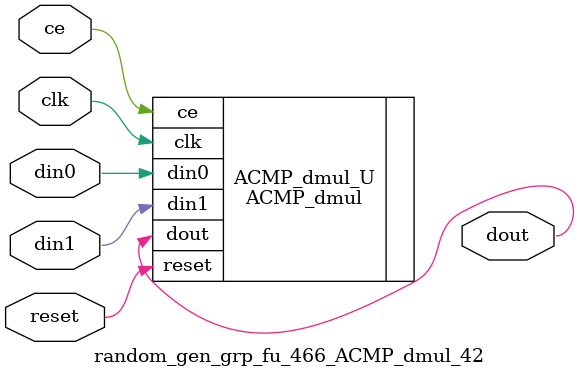
<source format=v>

`timescale 1 ns / 1 ps
module random_gen_grp_fu_466_ACMP_dmul_42(
    clk,
    reset,
    ce,
    din0,
    din1,
    dout);

parameter ID = 32'd1;
parameter NUM_STAGE = 32'd1;
parameter din0_WIDTH = 32'd1;
parameter din1_WIDTH = 32'd1;
parameter dout_WIDTH = 32'd1;
input clk;
input reset;
input ce;
input[din0_WIDTH - 1:0] din0;
input[din1_WIDTH - 1:0] din1;
output[dout_WIDTH - 1:0] dout;



ACMP_dmul #(
.ID( ID ),
.NUM_STAGE( 7 ),
.din0_WIDTH( din0_WIDTH ),
.din1_WIDTH( din1_WIDTH ),
.dout_WIDTH( dout_WIDTH ))
ACMP_dmul_U(
    .clk( clk ),
    .reset( reset ),
    .ce( ce ),
    .din0( din0 ),
    .din1( din1 ),
    .dout( dout ));

endmodule

</source>
